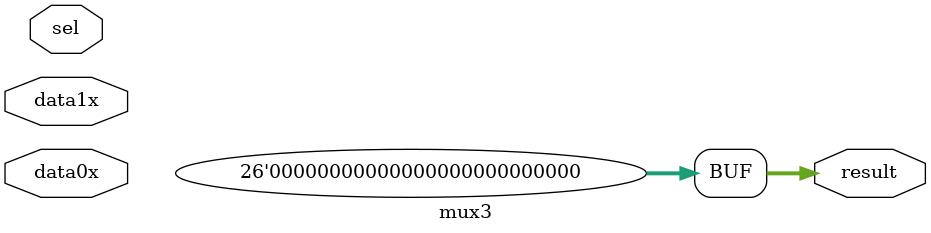
<source format=v>
module mux3(	// file.cleaned.mlir:2:3
  input  [25:0] data0x,	// file.cleaned.mlir:2:22
                data1x,	// file.cleaned.mlir:2:40
  input         sel,	// file.cleaned.mlir:2:58
  output [25:0] result	// file.cleaned.mlir:2:73
);

  assign result = 26'h0;	// file.cleaned.mlir:3:15, :4:5
endmodule


</source>
